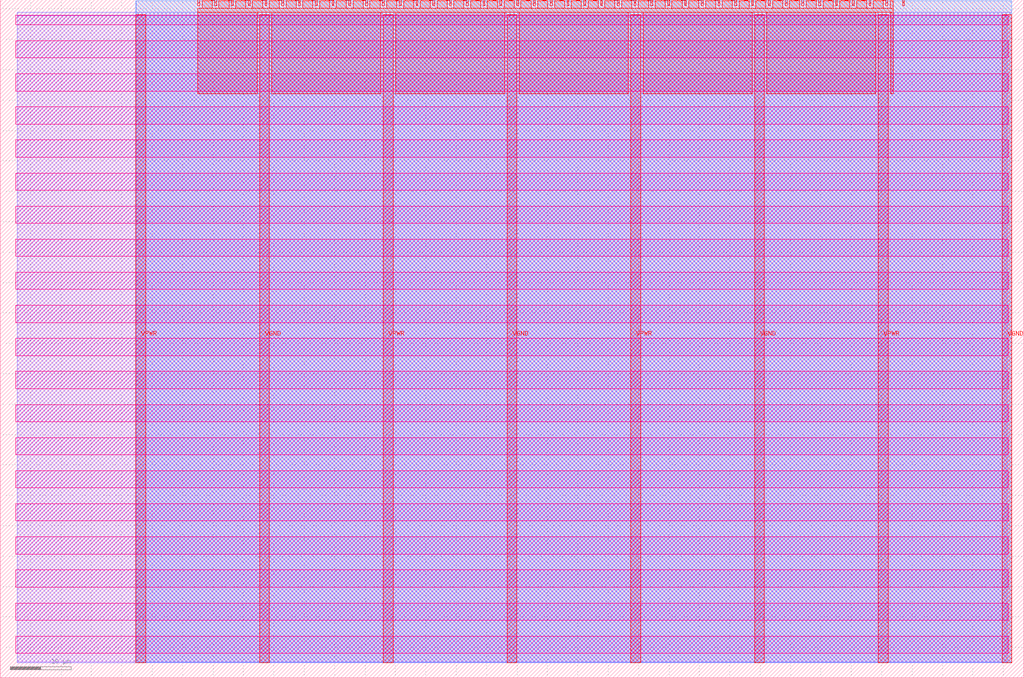
<source format=lef>
VERSION 5.7 ;
  NOWIREEXTENSIONATPIN ON ;
  DIVIDERCHAR "/" ;
  BUSBITCHARS "[]" ;
MACRO tt_um_tkmheart
  CLASS BLOCK ;
  FOREIGN tt_um_tkmheart ;
  ORIGIN 0.000 0.000 ;
  SIZE 168.360 BY 111.520 ;
  PIN VGND
    DIRECTION INOUT ;
    USE GROUND ;
    PORT
      LAYER met4 ;
        RECT 42.670 2.480 44.270 109.040 ;
    END
    PORT
      LAYER met4 ;
        RECT 83.380 2.480 84.980 109.040 ;
    END
    PORT
      LAYER met4 ;
        RECT 124.090 2.480 125.690 109.040 ;
    END
    PORT
      LAYER met4 ;
        RECT 164.800 2.480 166.400 109.040 ;
    END
  END VGND
  PIN VPWR
    DIRECTION INOUT ;
    USE POWER ;
    PORT
      LAYER met4 ;
        RECT 22.315 2.480 23.915 109.040 ;
    END
    PORT
      LAYER met4 ;
        RECT 63.025 2.480 64.625 109.040 ;
    END
    PORT
      LAYER met4 ;
        RECT 103.735 2.480 105.335 109.040 ;
    END
    PORT
      LAYER met4 ;
        RECT 144.445 2.480 146.045 109.040 ;
    END
  END VPWR
  PIN clk
    DIRECTION INPUT ;
    USE SIGNAL ;
    ANTENNAGATEAREA 0.852000 ;
    PORT
      LAYER met4 ;
        RECT 145.670 110.520 145.970 111.520 ;
    END
  END clk
  PIN ena
    DIRECTION INPUT ;
    USE SIGNAL ;
    PORT
      LAYER met4 ;
        RECT 148.430 110.520 148.730 111.520 ;
    END
  END ena
  PIN rst_n
    DIRECTION INPUT ;
    USE SIGNAL ;
    PORT
      LAYER met4 ;
        RECT 142.910 110.520 143.210 111.520 ;
    END
  END rst_n
  PIN ui_in[0]
    DIRECTION INPUT ;
    USE SIGNAL ;
    ANTENNAGATEAREA 0.196500 ;
    PORT
      LAYER met4 ;
        RECT 140.150 110.520 140.450 111.520 ;
    END
  END ui_in[0]
  PIN ui_in[1]
    DIRECTION INPUT ;
    USE SIGNAL ;
    ANTENNAGATEAREA 0.126000 ;
    PORT
      LAYER met4 ;
        RECT 137.390 110.520 137.690 111.520 ;
    END
  END ui_in[1]
  PIN ui_in[2]
    DIRECTION INPUT ;
    USE SIGNAL ;
    ANTENNAGATEAREA 0.213000 ;
    PORT
      LAYER met4 ;
        RECT 134.630 110.520 134.930 111.520 ;
    END
  END ui_in[2]
  PIN ui_in[3]
    DIRECTION INPUT ;
    USE SIGNAL ;
    ANTENNAGATEAREA 0.196500 ;
    PORT
      LAYER met4 ;
        RECT 131.870 110.520 132.170 111.520 ;
    END
  END ui_in[3]
  PIN ui_in[4]
    DIRECTION INPUT ;
    USE SIGNAL ;
    ANTENNAGATEAREA 0.196500 ;
    PORT
      LAYER met4 ;
        RECT 129.110 110.520 129.410 111.520 ;
    END
  END ui_in[4]
  PIN ui_in[5]
    DIRECTION INPUT ;
    USE SIGNAL ;
    ANTENNAGATEAREA 0.196500 ;
    PORT
      LAYER met4 ;
        RECT 126.350 110.520 126.650 111.520 ;
    END
  END ui_in[5]
  PIN ui_in[6]
    DIRECTION INPUT ;
    USE SIGNAL ;
    ANTENNAGATEAREA 0.196500 ;
    PORT
      LAYER met4 ;
        RECT 123.590 110.520 123.890 111.520 ;
    END
  END ui_in[6]
  PIN ui_in[7]
    DIRECTION INPUT ;
    USE SIGNAL ;
    PORT
      LAYER met4 ;
        RECT 120.830 110.520 121.130 111.520 ;
    END
  END ui_in[7]
  PIN uio_in[0]
    DIRECTION INPUT ;
    USE SIGNAL ;
    PORT
      LAYER met4 ;
        RECT 118.070 110.520 118.370 111.520 ;
    END
  END uio_in[0]
  PIN uio_in[1]
    DIRECTION INPUT ;
    USE SIGNAL ;
    PORT
      LAYER met4 ;
        RECT 115.310 110.520 115.610 111.520 ;
    END
  END uio_in[1]
  PIN uio_in[2]
    DIRECTION INPUT ;
    USE SIGNAL ;
    PORT
      LAYER met4 ;
        RECT 112.550 110.520 112.850 111.520 ;
    END
  END uio_in[2]
  PIN uio_in[3]
    DIRECTION INPUT ;
    USE SIGNAL ;
    PORT
      LAYER met4 ;
        RECT 109.790 110.520 110.090 111.520 ;
    END
  END uio_in[3]
  PIN uio_in[4]
    DIRECTION INPUT ;
    USE SIGNAL ;
    PORT
      LAYER met4 ;
        RECT 107.030 110.520 107.330 111.520 ;
    END
  END uio_in[4]
  PIN uio_in[5]
    DIRECTION INPUT ;
    USE SIGNAL ;
    PORT
      LAYER met4 ;
        RECT 104.270 110.520 104.570 111.520 ;
    END
  END uio_in[5]
  PIN uio_in[6]
    DIRECTION INPUT ;
    USE SIGNAL ;
    PORT
      LAYER met4 ;
        RECT 101.510 110.520 101.810 111.520 ;
    END
  END uio_in[6]
  PIN uio_in[7]
    DIRECTION INPUT ;
    USE SIGNAL ;
    PORT
      LAYER met4 ;
        RECT 98.750 110.520 99.050 111.520 ;
    END
  END uio_in[7]
  PIN uio_oe[0]
    DIRECTION OUTPUT TRISTATE ;
    USE SIGNAL ;
    PORT
      LAYER met4 ;
        RECT 51.830 110.520 52.130 111.520 ;
    END
  END uio_oe[0]
  PIN uio_oe[1]
    DIRECTION OUTPUT TRISTATE ;
    USE SIGNAL ;
    PORT
      LAYER met4 ;
        RECT 49.070 110.520 49.370 111.520 ;
    END
  END uio_oe[1]
  PIN uio_oe[2]
    DIRECTION OUTPUT TRISTATE ;
    USE SIGNAL ;
    PORT
      LAYER met4 ;
        RECT 46.310 110.520 46.610 111.520 ;
    END
  END uio_oe[2]
  PIN uio_oe[3]
    DIRECTION OUTPUT TRISTATE ;
    USE SIGNAL ;
    PORT
      LAYER met4 ;
        RECT 43.550 110.520 43.850 111.520 ;
    END
  END uio_oe[3]
  PIN uio_oe[4]
    DIRECTION OUTPUT TRISTATE ;
    USE SIGNAL ;
    PORT
      LAYER met4 ;
        RECT 40.790 110.520 41.090 111.520 ;
    END
  END uio_oe[4]
  PIN uio_oe[5]
    DIRECTION OUTPUT TRISTATE ;
    USE SIGNAL ;
    PORT
      LAYER met4 ;
        RECT 38.030 110.520 38.330 111.520 ;
    END
  END uio_oe[5]
  PIN uio_oe[6]
    DIRECTION OUTPUT TRISTATE ;
    USE SIGNAL ;
    PORT
      LAYER met4 ;
        RECT 35.270 110.520 35.570 111.520 ;
    END
  END uio_oe[6]
  PIN uio_oe[7]
    DIRECTION OUTPUT TRISTATE ;
    USE SIGNAL ;
    PORT
      LAYER met4 ;
        RECT 32.510 110.520 32.810 111.520 ;
    END
  END uio_oe[7]
  PIN uio_out[0]
    DIRECTION OUTPUT TRISTATE ;
    USE SIGNAL ;
    ANTENNADIFFAREA 0.445500 ;
    PORT
      LAYER met4 ;
        RECT 73.910 110.520 74.210 111.520 ;
    END
  END uio_out[0]
  PIN uio_out[1]
    DIRECTION OUTPUT TRISTATE ;
    USE SIGNAL ;
    PORT
      LAYER met4 ;
        RECT 71.150 110.520 71.450 111.520 ;
    END
  END uio_out[1]
  PIN uio_out[2]
    DIRECTION OUTPUT TRISTATE ;
    USE SIGNAL ;
    PORT
      LAYER met4 ;
        RECT 68.390 110.520 68.690 111.520 ;
    END
  END uio_out[2]
  PIN uio_out[3]
    DIRECTION OUTPUT TRISTATE ;
    USE SIGNAL ;
    PORT
      LAYER met4 ;
        RECT 65.630 110.520 65.930 111.520 ;
    END
  END uio_out[3]
  PIN uio_out[4]
    DIRECTION OUTPUT TRISTATE ;
    USE SIGNAL ;
    PORT
      LAYER met4 ;
        RECT 62.870 110.520 63.170 111.520 ;
    END
  END uio_out[4]
  PIN uio_out[5]
    DIRECTION OUTPUT TRISTATE ;
    USE SIGNAL ;
    PORT
      LAYER met4 ;
        RECT 60.110 110.520 60.410 111.520 ;
    END
  END uio_out[5]
  PIN uio_out[6]
    DIRECTION OUTPUT TRISTATE ;
    USE SIGNAL ;
    PORT
      LAYER met4 ;
        RECT 57.350 110.520 57.650 111.520 ;
    END
  END uio_out[6]
  PIN uio_out[7]
    DIRECTION OUTPUT TRISTATE ;
    USE SIGNAL ;
    PORT
      LAYER met4 ;
        RECT 54.590 110.520 54.890 111.520 ;
    END
  END uio_out[7]
  PIN uo_out[0]
    DIRECTION OUTPUT TRISTATE ;
    USE SIGNAL ;
    ANTENNAGATEAREA 0.373500 ;
    ANTENNADIFFAREA 0.891000 ;
    PORT
      LAYER met4 ;
        RECT 95.990 110.520 96.290 111.520 ;
    END
  END uo_out[0]
  PIN uo_out[1]
    DIRECTION OUTPUT TRISTATE ;
    USE SIGNAL ;
    ANTENNAGATEAREA 0.373500 ;
    ANTENNADIFFAREA 0.891000 ;
    PORT
      LAYER met4 ;
        RECT 93.230 110.520 93.530 111.520 ;
    END
  END uo_out[1]
  PIN uo_out[2]
    DIRECTION OUTPUT TRISTATE ;
    USE SIGNAL ;
    ANTENNAGATEAREA 0.373500 ;
    ANTENNADIFFAREA 0.891000 ;
    PORT
      LAYER met4 ;
        RECT 90.470 110.520 90.770 111.520 ;
    END
  END uo_out[2]
  PIN uo_out[3]
    DIRECTION OUTPUT TRISTATE ;
    USE SIGNAL ;
    ANTENNAGATEAREA 0.373500 ;
    ANTENNADIFFAREA 0.891000 ;
    PORT
      LAYER met4 ;
        RECT 87.710 110.520 88.010 111.520 ;
    END
  END uo_out[3]
  PIN uo_out[4]
    DIRECTION OUTPUT TRISTATE ;
    USE SIGNAL ;
    ANTENNAGATEAREA 0.373500 ;
    ANTENNADIFFAREA 0.891000 ;
    PORT
      LAYER met4 ;
        RECT 84.950 110.520 85.250 111.520 ;
    END
  END uo_out[4]
  PIN uo_out[5]
    DIRECTION OUTPUT TRISTATE ;
    USE SIGNAL ;
    ANTENNAGATEAREA 0.373500 ;
    ANTENNADIFFAREA 0.891000 ;
    PORT
      LAYER met4 ;
        RECT 82.190 110.520 82.490 111.520 ;
    END
  END uo_out[5]
  PIN uo_out[6]
    DIRECTION OUTPUT TRISTATE ;
    USE SIGNAL ;
    ANTENNAGATEAREA 0.373500 ;
    ANTENNADIFFAREA 0.891000 ;
    PORT
      LAYER met4 ;
        RECT 79.430 110.520 79.730 111.520 ;
    END
  END uo_out[6]
  PIN uo_out[7]
    DIRECTION OUTPUT TRISTATE ;
    USE SIGNAL ;
    ANTENNAGATEAREA 0.373500 ;
    ANTENNADIFFAREA 0.891000 ;
    PORT
      LAYER met4 ;
        RECT 76.670 110.520 76.970 111.520 ;
    END
  END uo_out[7]
  OBS
      LAYER nwell ;
        RECT 2.570 107.385 165.790 108.990 ;
        RECT 2.570 101.945 165.790 104.775 ;
        RECT 2.570 96.505 165.790 99.335 ;
        RECT 2.570 91.065 165.790 93.895 ;
        RECT 2.570 85.625 165.790 88.455 ;
        RECT 2.570 80.185 165.790 83.015 ;
        RECT 2.570 74.745 165.790 77.575 ;
        RECT 2.570 69.305 165.790 72.135 ;
        RECT 2.570 63.865 165.790 66.695 ;
        RECT 2.570 58.425 165.790 61.255 ;
        RECT 2.570 52.985 165.790 55.815 ;
        RECT 2.570 47.545 165.790 50.375 ;
        RECT 2.570 42.105 165.790 44.935 ;
        RECT 2.570 36.665 165.790 39.495 ;
        RECT 2.570 31.225 165.790 34.055 ;
        RECT 2.570 25.785 165.790 28.615 ;
        RECT 2.570 20.345 165.790 23.175 ;
        RECT 2.570 14.905 165.790 17.735 ;
        RECT 2.570 9.465 165.790 12.295 ;
        RECT 2.570 4.025 165.790 6.855 ;
      LAYER li1 ;
        RECT 2.760 2.635 165.600 108.885 ;
      LAYER met1 ;
        RECT 2.760 2.480 166.400 109.440 ;
      LAYER met2 ;
        RECT 22.345 2.535 166.370 111.365 ;
      LAYER met3 ;
        RECT 22.325 2.555 166.390 111.345 ;
      LAYER met4 ;
        RECT 33.210 110.120 34.870 111.345 ;
        RECT 35.970 110.120 37.630 111.345 ;
        RECT 38.730 110.120 40.390 111.345 ;
        RECT 41.490 110.120 43.150 111.345 ;
        RECT 44.250 110.120 45.910 111.345 ;
        RECT 47.010 110.120 48.670 111.345 ;
        RECT 49.770 110.120 51.430 111.345 ;
        RECT 52.530 110.120 54.190 111.345 ;
        RECT 55.290 110.120 56.950 111.345 ;
        RECT 58.050 110.120 59.710 111.345 ;
        RECT 60.810 110.120 62.470 111.345 ;
        RECT 63.570 110.120 65.230 111.345 ;
        RECT 66.330 110.120 67.990 111.345 ;
        RECT 69.090 110.120 70.750 111.345 ;
        RECT 71.850 110.120 73.510 111.345 ;
        RECT 74.610 110.120 76.270 111.345 ;
        RECT 77.370 110.120 79.030 111.345 ;
        RECT 80.130 110.120 81.790 111.345 ;
        RECT 82.890 110.120 84.550 111.345 ;
        RECT 85.650 110.120 87.310 111.345 ;
        RECT 88.410 110.120 90.070 111.345 ;
        RECT 91.170 110.120 92.830 111.345 ;
        RECT 93.930 110.120 95.590 111.345 ;
        RECT 96.690 110.120 98.350 111.345 ;
        RECT 99.450 110.120 101.110 111.345 ;
        RECT 102.210 110.120 103.870 111.345 ;
        RECT 104.970 110.120 106.630 111.345 ;
        RECT 107.730 110.120 109.390 111.345 ;
        RECT 110.490 110.120 112.150 111.345 ;
        RECT 113.250 110.120 114.910 111.345 ;
        RECT 116.010 110.120 117.670 111.345 ;
        RECT 118.770 110.120 120.430 111.345 ;
        RECT 121.530 110.120 123.190 111.345 ;
        RECT 124.290 110.120 125.950 111.345 ;
        RECT 127.050 110.120 128.710 111.345 ;
        RECT 129.810 110.120 131.470 111.345 ;
        RECT 132.570 110.120 134.230 111.345 ;
        RECT 135.330 110.120 136.990 111.345 ;
        RECT 138.090 110.120 139.750 111.345 ;
        RECT 140.850 110.120 142.510 111.345 ;
        RECT 143.610 110.120 145.270 111.345 ;
        RECT 146.370 110.120 146.905 111.345 ;
        RECT 32.495 109.440 146.905 110.120 ;
        RECT 32.495 96.055 42.270 109.440 ;
        RECT 44.670 96.055 62.625 109.440 ;
        RECT 65.025 96.055 82.980 109.440 ;
        RECT 85.380 96.055 103.335 109.440 ;
        RECT 105.735 96.055 123.690 109.440 ;
        RECT 126.090 96.055 144.045 109.440 ;
        RECT 146.445 96.055 146.905 109.440 ;
  END
END tt_um_tkmheart
END LIBRARY


</source>
